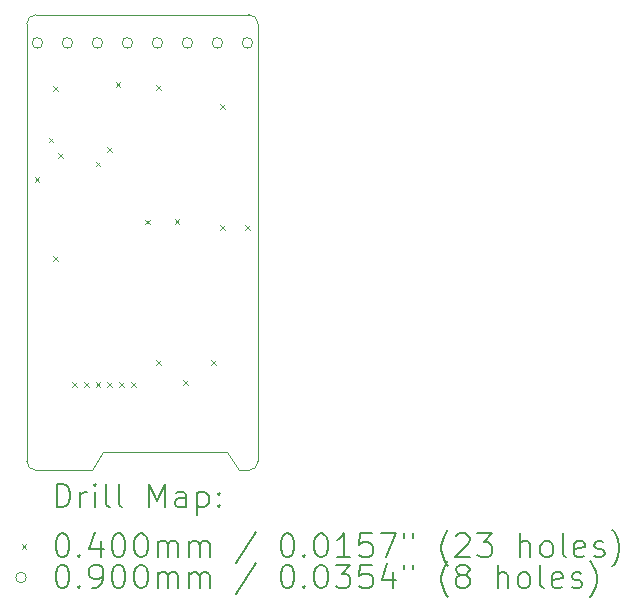
<source format=gbr>
%FSLAX45Y45*%
G04 Gerber Fmt 4.5, Leading zero omitted, Abs format (unit mm)*
G04 Created by KiCad (PCBNEW 6.0.6-3a73a75311~116~ubuntu20.04.1) date 2022-07-02 07:09:10*
%MOMM*%
%LPD*%
G01*
G04 APERTURE LIST*
%TA.AperFunction,Profile*%
%ADD10C,0.050000*%
%TD*%
%ADD11C,0.200000*%
%ADD12C,0.040000*%
%ADD13C,0.090000*%
G04 APERTURE END LIST*
D10*
X4235000Y-6305000D02*
X2435000Y-6305000D01*
X4235000Y-10165000D02*
G75*
G03*
X4315000Y-10085000I0J80000D01*
G01*
X2355000Y-6385000D02*
X2355000Y-10085000D01*
X2905000Y-10165000D02*
X3005000Y-10005000D01*
X4155000Y-10165000D02*
X4235000Y-10165000D01*
X4315000Y-10085000D02*
X4315000Y-6385000D01*
X2435000Y-6305000D02*
G75*
G03*
X2355000Y-6385000I0J-80000D01*
G01*
X4315000Y-6385000D02*
G75*
G03*
X4235000Y-6305000I-80000J0D01*
G01*
X4055000Y-10005000D02*
X4155000Y-10165000D01*
X3005000Y-10005000D02*
X4055000Y-10005000D01*
X2355000Y-10085000D02*
G75*
G03*
X2435000Y-10165000I80000J0D01*
G01*
X2435000Y-10165000D02*
X2905000Y-10165000D01*
D11*
D12*
X2422500Y-7682500D02*
X2462500Y-7722500D01*
X2462500Y-7682500D02*
X2422500Y-7722500D01*
X2542500Y-7347500D02*
X2582500Y-7387500D01*
X2582500Y-7347500D02*
X2542500Y-7387500D01*
X2580000Y-6910000D02*
X2620000Y-6950000D01*
X2620000Y-6910000D02*
X2580000Y-6950000D01*
X2580000Y-8350000D02*
X2620000Y-8390000D01*
X2620000Y-8350000D02*
X2580000Y-8390000D01*
X2620000Y-7477500D02*
X2660000Y-7517500D01*
X2660000Y-7477500D02*
X2620000Y-7517500D01*
X2740000Y-9420000D02*
X2780000Y-9460000D01*
X2780000Y-9420000D02*
X2740000Y-9460000D01*
X2840000Y-9420000D02*
X2880000Y-9460000D01*
X2880000Y-9420000D02*
X2840000Y-9460000D01*
X2940000Y-7550000D02*
X2980000Y-7590000D01*
X2980000Y-7550000D02*
X2940000Y-7590000D01*
X2940001Y-9420000D02*
X2980001Y-9460000D01*
X2980001Y-9420000D02*
X2940001Y-9460000D01*
X3040000Y-7430000D02*
X3080000Y-7470000D01*
X3080000Y-7430000D02*
X3040000Y-7470000D01*
X3040001Y-9420000D02*
X3080001Y-9460000D01*
X3080001Y-9420000D02*
X3040001Y-9460000D01*
X3110000Y-6880000D02*
X3150000Y-6920000D01*
X3150000Y-6880000D02*
X3110000Y-6920000D01*
X3140001Y-9420000D02*
X3180001Y-9460000D01*
X3180001Y-9420000D02*
X3140001Y-9460000D01*
X3240001Y-9420000D02*
X3280001Y-9460000D01*
X3280001Y-9420000D02*
X3240001Y-9460000D01*
X3360000Y-8042500D02*
X3400000Y-8082500D01*
X3400000Y-8042500D02*
X3360000Y-8082500D01*
X3450000Y-6900000D02*
X3490000Y-6940000D01*
X3490000Y-6900000D02*
X3450000Y-6940000D01*
X3450000Y-9230000D02*
X3490000Y-9270000D01*
X3490000Y-9230000D02*
X3450000Y-9270000D01*
X3607500Y-8040000D02*
X3647500Y-8080000D01*
X3647500Y-8040000D02*
X3607500Y-8080000D01*
X3680000Y-9400000D02*
X3720000Y-9440000D01*
X3720000Y-9400000D02*
X3680000Y-9440000D01*
X3920000Y-9230000D02*
X3960000Y-9270000D01*
X3960000Y-9230000D02*
X3920000Y-9270000D01*
X3992500Y-8087500D02*
X4032500Y-8127500D01*
X4032500Y-8087500D02*
X3992500Y-8127500D01*
X3995000Y-7065000D02*
X4035000Y-7105000D01*
X4035000Y-7065000D02*
X3995000Y-7105000D01*
X4202500Y-8090000D02*
X4242500Y-8130000D01*
X4242500Y-8090000D02*
X4202500Y-8130000D01*
D13*
X2490980Y-6545000D02*
G75*
G03*
X2490980Y-6545000I-45000J0D01*
G01*
X2744980Y-6545000D02*
G75*
G03*
X2744980Y-6545000I-45000J0D01*
G01*
X2998980Y-6545000D02*
G75*
G03*
X2998980Y-6545000I-45000J0D01*
G01*
X3252980Y-6545000D02*
G75*
G03*
X3252980Y-6545000I-45000J0D01*
G01*
X3506980Y-6545000D02*
G75*
G03*
X3506980Y-6545000I-45000J0D01*
G01*
X3760980Y-6545000D02*
G75*
G03*
X3760980Y-6545000I-45000J0D01*
G01*
X4014980Y-6545000D02*
G75*
G03*
X4014980Y-6545000I-45000J0D01*
G01*
X4268980Y-6545000D02*
G75*
G03*
X4268980Y-6545000I-45000J0D01*
G01*
D11*
X2610119Y-10477976D02*
X2610119Y-10277976D01*
X2657738Y-10277976D01*
X2686310Y-10287500D01*
X2705357Y-10306548D01*
X2714881Y-10325595D01*
X2724405Y-10363690D01*
X2724405Y-10392262D01*
X2714881Y-10430357D01*
X2705357Y-10449405D01*
X2686310Y-10468452D01*
X2657738Y-10477976D01*
X2610119Y-10477976D01*
X2810119Y-10477976D02*
X2810119Y-10344643D01*
X2810119Y-10382738D02*
X2819643Y-10363690D01*
X2829167Y-10354167D01*
X2848214Y-10344643D01*
X2867262Y-10344643D01*
X2933928Y-10477976D02*
X2933928Y-10344643D01*
X2933928Y-10277976D02*
X2924405Y-10287500D01*
X2933928Y-10297024D01*
X2943452Y-10287500D01*
X2933928Y-10277976D01*
X2933928Y-10297024D01*
X3057738Y-10477976D02*
X3038690Y-10468452D01*
X3029167Y-10449405D01*
X3029167Y-10277976D01*
X3162500Y-10477976D02*
X3143452Y-10468452D01*
X3133928Y-10449405D01*
X3133928Y-10277976D01*
X3391071Y-10477976D02*
X3391071Y-10277976D01*
X3457738Y-10420833D01*
X3524405Y-10277976D01*
X3524405Y-10477976D01*
X3705357Y-10477976D02*
X3705357Y-10373214D01*
X3695833Y-10354167D01*
X3676786Y-10344643D01*
X3638690Y-10344643D01*
X3619643Y-10354167D01*
X3705357Y-10468452D02*
X3686309Y-10477976D01*
X3638690Y-10477976D01*
X3619643Y-10468452D01*
X3610119Y-10449405D01*
X3610119Y-10430357D01*
X3619643Y-10411310D01*
X3638690Y-10401786D01*
X3686309Y-10401786D01*
X3705357Y-10392262D01*
X3800595Y-10344643D02*
X3800595Y-10544643D01*
X3800595Y-10354167D02*
X3819643Y-10344643D01*
X3857738Y-10344643D01*
X3876786Y-10354167D01*
X3886309Y-10363690D01*
X3895833Y-10382738D01*
X3895833Y-10439881D01*
X3886309Y-10458929D01*
X3876786Y-10468452D01*
X3857738Y-10477976D01*
X3819643Y-10477976D01*
X3800595Y-10468452D01*
X3981548Y-10458929D02*
X3991071Y-10468452D01*
X3981548Y-10477976D01*
X3972024Y-10468452D01*
X3981548Y-10458929D01*
X3981548Y-10477976D01*
X3981548Y-10354167D02*
X3991071Y-10363690D01*
X3981548Y-10373214D01*
X3972024Y-10363690D01*
X3981548Y-10354167D01*
X3981548Y-10373214D01*
D12*
X2312500Y-10787500D02*
X2352500Y-10827500D01*
X2352500Y-10787500D02*
X2312500Y-10827500D01*
D11*
X2648214Y-10697976D02*
X2667262Y-10697976D01*
X2686310Y-10707500D01*
X2695833Y-10717024D01*
X2705357Y-10736071D01*
X2714881Y-10774167D01*
X2714881Y-10821786D01*
X2705357Y-10859881D01*
X2695833Y-10878929D01*
X2686310Y-10888452D01*
X2667262Y-10897976D01*
X2648214Y-10897976D01*
X2629167Y-10888452D01*
X2619643Y-10878929D01*
X2610119Y-10859881D01*
X2600595Y-10821786D01*
X2600595Y-10774167D01*
X2610119Y-10736071D01*
X2619643Y-10717024D01*
X2629167Y-10707500D01*
X2648214Y-10697976D01*
X2800595Y-10878929D02*
X2810119Y-10888452D01*
X2800595Y-10897976D01*
X2791071Y-10888452D01*
X2800595Y-10878929D01*
X2800595Y-10897976D01*
X2981548Y-10764643D02*
X2981548Y-10897976D01*
X2933928Y-10688452D02*
X2886309Y-10831310D01*
X3010119Y-10831310D01*
X3124405Y-10697976D02*
X3143452Y-10697976D01*
X3162500Y-10707500D01*
X3172024Y-10717024D01*
X3181548Y-10736071D01*
X3191071Y-10774167D01*
X3191071Y-10821786D01*
X3181548Y-10859881D01*
X3172024Y-10878929D01*
X3162500Y-10888452D01*
X3143452Y-10897976D01*
X3124405Y-10897976D01*
X3105357Y-10888452D01*
X3095833Y-10878929D01*
X3086309Y-10859881D01*
X3076786Y-10821786D01*
X3076786Y-10774167D01*
X3086309Y-10736071D01*
X3095833Y-10717024D01*
X3105357Y-10707500D01*
X3124405Y-10697976D01*
X3314881Y-10697976D02*
X3333928Y-10697976D01*
X3352976Y-10707500D01*
X3362500Y-10717024D01*
X3372024Y-10736071D01*
X3381548Y-10774167D01*
X3381548Y-10821786D01*
X3372024Y-10859881D01*
X3362500Y-10878929D01*
X3352976Y-10888452D01*
X3333928Y-10897976D01*
X3314881Y-10897976D01*
X3295833Y-10888452D01*
X3286309Y-10878929D01*
X3276786Y-10859881D01*
X3267262Y-10821786D01*
X3267262Y-10774167D01*
X3276786Y-10736071D01*
X3286309Y-10717024D01*
X3295833Y-10707500D01*
X3314881Y-10697976D01*
X3467262Y-10897976D02*
X3467262Y-10764643D01*
X3467262Y-10783690D02*
X3476786Y-10774167D01*
X3495833Y-10764643D01*
X3524405Y-10764643D01*
X3543452Y-10774167D01*
X3552976Y-10793214D01*
X3552976Y-10897976D01*
X3552976Y-10793214D02*
X3562500Y-10774167D01*
X3581548Y-10764643D01*
X3610119Y-10764643D01*
X3629167Y-10774167D01*
X3638690Y-10793214D01*
X3638690Y-10897976D01*
X3733928Y-10897976D02*
X3733928Y-10764643D01*
X3733928Y-10783690D02*
X3743452Y-10774167D01*
X3762500Y-10764643D01*
X3791071Y-10764643D01*
X3810119Y-10774167D01*
X3819643Y-10793214D01*
X3819643Y-10897976D01*
X3819643Y-10793214D02*
X3829167Y-10774167D01*
X3848214Y-10764643D01*
X3876786Y-10764643D01*
X3895833Y-10774167D01*
X3905357Y-10793214D01*
X3905357Y-10897976D01*
X4295833Y-10688452D02*
X4124405Y-10945595D01*
X4552976Y-10697976D02*
X4572024Y-10697976D01*
X4591071Y-10707500D01*
X4600595Y-10717024D01*
X4610119Y-10736071D01*
X4619643Y-10774167D01*
X4619643Y-10821786D01*
X4610119Y-10859881D01*
X4600595Y-10878929D01*
X4591071Y-10888452D01*
X4572024Y-10897976D01*
X4552976Y-10897976D01*
X4533929Y-10888452D01*
X4524405Y-10878929D01*
X4514881Y-10859881D01*
X4505357Y-10821786D01*
X4505357Y-10774167D01*
X4514881Y-10736071D01*
X4524405Y-10717024D01*
X4533929Y-10707500D01*
X4552976Y-10697976D01*
X4705357Y-10878929D02*
X4714881Y-10888452D01*
X4705357Y-10897976D01*
X4695833Y-10888452D01*
X4705357Y-10878929D01*
X4705357Y-10897976D01*
X4838690Y-10697976D02*
X4857738Y-10697976D01*
X4876786Y-10707500D01*
X4886310Y-10717024D01*
X4895833Y-10736071D01*
X4905357Y-10774167D01*
X4905357Y-10821786D01*
X4895833Y-10859881D01*
X4886310Y-10878929D01*
X4876786Y-10888452D01*
X4857738Y-10897976D01*
X4838690Y-10897976D01*
X4819643Y-10888452D01*
X4810119Y-10878929D01*
X4800595Y-10859881D01*
X4791071Y-10821786D01*
X4791071Y-10774167D01*
X4800595Y-10736071D01*
X4810119Y-10717024D01*
X4819643Y-10707500D01*
X4838690Y-10697976D01*
X5095833Y-10897976D02*
X4981548Y-10897976D01*
X5038690Y-10897976D02*
X5038690Y-10697976D01*
X5019643Y-10726548D01*
X5000595Y-10745595D01*
X4981548Y-10755119D01*
X5276786Y-10697976D02*
X5181548Y-10697976D01*
X5172024Y-10793214D01*
X5181548Y-10783690D01*
X5200595Y-10774167D01*
X5248214Y-10774167D01*
X5267262Y-10783690D01*
X5276786Y-10793214D01*
X5286310Y-10812262D01*
X5286310Y-10859881D01*
X5276786Y-10878929D01*
X5267262Y-10888452D01*
X5248214Y-10897976D01*
X5200595Y-10897976D01*
X5181548Y-10888452D01*
X5172024Y-10878929D01*
X5352976Y-10697976D02*
X5486310Y-10697976D01*
X5400595Y-10897976D01*
X5552976Y-10697976D02*
X5552976Y-10736071D01*
X5629167Y-10697976D02*
X5629167Y-10736071D01*
X5924405Y-10974167D02*
X5914881Y-10964643D01*
X5895833Y-10936071D01*
X5886309Y-10917024D01*
X5876786Y-10888452D01*
X5867262Y-10840833D01*
X5867262Y-10802738D01*
X5876786Y-10755119D01*
X5886309Y-10726548D01*
X5895833Y-10707500D01*
X5914881Y-10678929D01*
X5924405Y-10669405D01*
X5991071Y-10717024D02*
X6000595Y-10707500D01*
X6019643Y-10697976D01*
X6067262Y-10697976D01*
X6086309Y-10707500D01*
X6095833Y-10717024D01*
X6105357Y-10736071D01*
X6105357Y-10755119D01*
X6095833Y-10783690D01*
X5981548Y-10897976D01*
X6105357Y-10897976D01*
X6172024Y-10697976D02*
X6295833Y-10697976D01*
X6229167Y-10774167D01*
X6257738Y-10774167D01*
X6276786Y-10783690D01*
X6286309Y-10793214D01*
X6295833Y-10812262D01*
X6295833Y-10859881D01*
X6286309Y-10878929D01*
X6276786Y-10888452D01*
X6257738Y-10897976D01*
X6200595Y-10897976D01*
X6181548Y-10888452D01*
X6172024Y-10878929D01*
X6533928Y-10897976D02*
X6533928Y-10697976D01*
X6619643Y-10897976D02*
X6619643Y-10793214D01*
X6610119Y-10774167D01*
X6591071Y-10764643D01*
X6562500Y-10764643D01*
X6543452Y-10774167D01*
X6533928Y-10783690D01*
X6743452Y-10897976D02*
X6724405Y-10888452D01*
X6714881Y-10878929D01*
X6705357Y-10859881D01*
X6705357Y-10802738D01*
X6714881Y-10783690D01*
X6724405Y-10774167D01*
X6743452Y-10764643D01*
X6772024Y-10764643D01*
X6791071Y-10774167D01*
X6800595Y-10783690D01*
X6810119Y-10802738D01*
X6810119Y-10859881D01*
X6800595Y-10878929D01*
X6791071Y-10888452D01*
X6772024Y-10897976D01*
X6743452Y-10897976D01*
X6924405Y-10897976D02*
X6905357Y-10888452D01*
X6895833Y-10869405D01*
X6895833Y-10697976D01*
X7076786Y-10888452D02*
X7057738Y-10897976D01*
X7019643Y-10897976D01*
X7000595Y-10888452D01*
X6991071Y-10869405D01*
X6991071Y-10793214D01*
X7000595Y-10774167D01*
X7019643Y-10764643D01*
X7057738Y-10764643D01*
X7076786Y-10774167D01*
X7086309Y-10793214D01*
X7086309Y-10812262D01*
X6991071Y-10831310D01*
X7162500Y-10888452D02*
X7181548Y-10897976D01*
X7219643Y-10897976D01*
X7238690Y-10888452D01*
X7248214Y-10869405D01*
X7248214Y-10859881D01*
X7238690Y-10840833D01*
X7219643Y-10831310D01*
X7191071Y-10831310D01*
X7172024Y-10821786D01*
X7162500Y-10802738D01*
X7162500Y-10793214D01*
X7172024Y-10774167D01*
X7191071Y-10764643D01*
X7219643Y-10764643D01*
X7238690Y-10774167D01*
X7314881Y-10974167D02*
X7324405Y-10964643D01*
X7343452Y-10936071D01*
X7352976Y-10917024D01*
X7362500Y-10888452D01*
X7372024Y-10840833D01*
X7372024Y-10802738D01*
X7362500Y-10755119D01*
X7352976Y-10726548D01*
X7343452Y-10707500D01*
X7324405Y-10678929D01*
X7314881Y-10669405D01*
D13*
X2352500Y-11071500D02*
G75*
G03*
X2352500Y-11071500I-45000J0D01*
G01*
D11*
X2648214Y-10961976D02*
X2667262Y-10961976D01*
X2686310Y-10971500D01*
X2695833Y-10981024D01*
X2705357Y-11000071D01*
X2714881Y-11038167D01*
X2714881Y-11085786D01*
X2705357Y-11123881D01*
X2695833Y-11142929D01*
X2686310Y-11152452D01*
X2667262Y-11161976D01*
X2648214Y-11161976D01*
X2629167Y-11152452D01*
X2619643Y-11142929D01*
X2610119Y-11123881D01*
X2600595Y-11085786D01*
X2600595Y-11038167D01*
X2610119Y-11000071D01*
X2619643Y-10981024D01*
X2629167Y-10971500D01*
X2648214Y-10961976D01*
X2800595Y-11142929D02*
X2810119Y-11152452D01*
X2800595Y-11161976D01*
X2791071Y-11152452D01*
X2800595Y-11142929D01*
X2800595Y-11161976D01*
X2905357Y-11161976D02*
X2943452Y-11161976D01*
X2962500Y-11152452D01*
X2972024Y-11142929D01*
X2991071Y-11114357D01*
X3000595Y-11076262D01*
X3000595Y-11000071D01*
X2991071Y-10981024D01*
X2981548Y-10971500D01*
X2962500Y-10961976D01*
X2924405Y-10961976D01*
X2905357Y-10971500D01*
X2895833Y-10981024D01*
X2886309Y-11000071D01*
X2886309Y-11047690D01*
X2895833Y-11066738D01*
X2905357Y-11076262D01*
X2924405Y-11085786D01*
X2962500Y-11085786D01*
X2981548Y-11076262D01*
X2991071Y-11066738D01*
X3000595Y-11047690D01*
X3124405Y-10961976D02*
X3143452Y-10961976D01*
X3162500Y-10971500D01*
X3172024Y-10981024D01*
X3181548Y-11000071D01*
X3191071Y-11038167D01*
X3191071Y-11085786D01*
X3181548Y-11123881D01*
X3172024Y-11142929D01*
X3162500Y-11152452D01*
X3143452Y-11161976D01*
X3124405Y-11161976D01*
X3105357Y-11152452D01*
X3095833Y-11142929D01*
X3086309Y-11123881D01*
X3076786Y-11085786D01*
X3076786Y-11038167D01*
X3086309Y-11000071D01*
X3095833Y-10981024D01*
X3105357Y-10971500D01*
X3124405Y-10961976D01*
X3314881Y-10961976D02*
X3333928Y-10961976D01*
X3352976Y-10971500D01*
X3362500Y-10981024D01*
X3372024Y-11000071D01*
X3381548Y-11038167D01*
X3381548Y-11085786D01*
X3372024Y-11123881D01*
X3362500Y-11142929D01*
X3352976Y-11152452D01*
X3333928Y-11161976D01*
X3314881Y-11161976D01*
X3295833Y-11152452D01*
X3286309Y-11142929D01*
X3276786Y-11123881D01*
X3267262Y-11085786D01*
X3267262Y-11038167D01*
X3276786Y-11000071D01*
X3286309Y-10981024D01*
X3295833Y-10971500D01*
X3314881Y-10961976D01*
X3467262Y-11161976D02*
X3467262Y-11028643D01*
X3467262Y-11047690D02*
X3476786Y-11038167D01*
X3495833Y-11028643D01*
X3524405Y-11028643D01*
X3543452Y-11038167D01*
X3552976Y-11057214D01*
X3552976Y-11161976D01*
X3552976Y-11057214D02*
X3562500Y-11038167D01*
X3581548Y-11028643D01*
X3610119Y-11028643D01*
X3629167Y-11038167D01*
X3638690Y-11057214D01*
X3638690Y-11161976D01*
X3733928Y-11161976D02*
X3733928Y-11028643D01*
X3733928Y-11047690D02*
X3743452Y-11038167D01*
X3762500Y-11028643D01*
X3791071Y-11028643D01*
X3810119Y-11038167D01*
X3819643Y-11057214D01*
X3819643Y-11161976D01*
X3819643Y-11057214D02*
X3829167Y-11038167D01*
X3848214Y-11028643D01*
X3876786Y-11028643D01*
X3895833Y-11038167D01*
X3905357Y-11057214D01*
X3905357Y-11161976D01*
X4295833Y-10952452D02*
X4124405Y-11209595D01*
X4552976Y-10961976D02*
X4572024Y-10961976D01*
X4591071Y-10971500D01*
X4600595Y-10981024D01*
X4610119Y-11000071D01*
X4619643Y-11038167D01*
X4619643Y-11085786D01*
X4610119Y-11123881D01*
X4600595Y-11142929D01*
X4591071Y-11152452D01*
X4572024Y-11161976D01*
X4552976Y-11161976D01*
X4533929Y-11152452D01*
X4524405Y-11142929D01*
X4514881Y-11123881D01*
X4505357Y-11085786D01*
X4505357Y-11038167D01*
X4514881Y-11000071D01*
X4524405Y-10981024D01*
X4533929Y-10971500D01*
X4552976Y-10961976D01*
X4705357Y-11142929D02*
X4714881Y-11152452D01*
X4705357Y-11161976D01*
X4695833Y-11152452D01*
X4705357Y-11142929D01*
X4705357Y-11161976D01*
X4838690Y-10961976D02*
X4857738Y-10961976D01*
X4876786Y-10971500D01*
X4886310Y-10981024D01*
X4895833Y-11000071D01*
X4905357Y-11038167D01*
X4905357Y-11085786D01*
X4895833Y-11123881D01*
X4886310Y-11142929D01*
X4876786Y-11152452D01*
X4857738Y-11161976D01*
X4838690Y-11161976D01*
X4819643Y-11152452D01*
X4810119Y-11142929D01*
X4800595Y-11123881D01*
X4791071Y-11085786D01*
X4791071Y-11038167D01*
X4800595Y-11000071D01*
X4810119Y-10981024D01*
X4819643Y-10971500D01*
X4838690Y-10961976D01*
X4972024Y-10961976D02*
X5095833Y-10961976D01*
X5029167Y-11038167D01*
X5057738Y-11038167D01*
X5076786Y-11047690D01*
X5086310Y-11057214D01*
X5095833Y-11076262D01*
X5095833Y-11123881D01*
X5086310Y-11142929D01*
X5076786Y-11152452D01*
X5057738Y-11161976D01*
X5000595Y-11161976D01*
X4981548Y-11152452D01*
X4972024Y-11142929D01*
X5276786Y-10961976D02*
X5181548Y-10961976D01*
X5172024Y-11057214D01*
X5181548Y-11047690D01*
X5200595Y-11038167D01*
X5248214Y-11038167D01*
X5267262Y-11047690D01*
X5276786Y-11057214D01*
X5286310Y-11076262D01*
X5286310Y-11123881D01*
X5276786Y-11142929D01*
X5267262Y-11152452D01*
X5248214Y-11161976D01*
X5200595Y-11161976D01*
X5181548Y-11152452D01*
X5172024Y-11142929D01*
X5457738Y-11028643D02*
X5457738Y-11161976D01*
X5410119Y-10952452D02*
X5362500Y-11095310D01*
X5486310Y-11095310D01*
X5552976Y-10961976D02*
X5552976Y-11000071D01*
X5629167Y-10961976D02*
X5629167Y-11000071D01*
X5924405Y-11238167D02*
X5914881Y-11228643D01*
X5895833Y-11200071D01*
X5886309Y-11181024D01*
X5876786Y-11152452D01*
X5867262Y-11104833D01*
X5867262Y-11066738D01*
X5876786Y-11019119D01*
X5886309Y-10990548D01*
X5895833Y-10971500D01*
X5914881Y-10942929D01*
X5924405Y-10933405D01*
X6029167Y-11047690D02*
X6010119Y-11038167D01*
X6000595Y-11028643D01*
X5991071Y-11009595D01*
X5991071Y-11000071D01*
X6000595Y-10981024D01*
X6010119Y-10971500D01*
X6029167Y-10961976D01*
X6067262Y-10961976D01*
X6086309Y-10971500D01*
X6095833Y-10981024D01*
X6105357Y-11000071D01*
X6105357Y-11009595D01*
X6095833Y-11028643D01*
X6086309Y-11038167D01*
X6067262Y-11047690D01*
X6029167Y-11047690D01*
X6010119Y-11057214D01*
X6000595Y-11066738D01*
X5991071Y-11085786D01*
X5991071Y-11123881D01*
X6000595Y-11142929D01*
X6010119Y-11152452D01*
X6029167Y-11161976D01*
X6067262Y-11161976D01*
X6086309Y-11152452D01*
X6095833Y-11142929D01*
X6105357Y-11123881D01*
X6105357Y-11085786D01*
X6095833Y-11066738D01*
X6086309Y-11057214D01*
X6067262Y-11047690D01*
X6343452Y-11161976D02*
X6343452Y-10961976D01*
X6429167Y-11161976D02*
X6429167Y-11057214D01*
X6419643Y-11038167D01*
X6400595Y-11028643D01*
X6372024Y-11028643D01*
X6352976Y-11038167D01*
X6343452Y-11047690D01*
X6552976Y-11161976D02*
X6533928Y-11152452D01*
X6524405Y-11142929D01*
X6514881Y-11123881D01*
X6514881Y-11066738D01*
X6524405Y-11047690D01*
X6533928Y-11038167D01*
X6552976Y-11028643D01*
X6581548Y-11028643D01*
X6600595Y-11038167D01*
X6610119Y-11047690D01*
X6619643Y-11066738D01*
X6619643Y-11123881D01*
X6610119Y-11142929D01*
X6600595Y-11152452D01*
X6581548Y-11161976D01*
X6552976Y-11161976D01*
X6733928Y-11161976D02*
X6714881Y-11152452D01*
X6705357Y-11133405D01*
X6705357Y-10961976D01*
X6886309Y-11152452D02*
X6867262Y-11161976D01*
X6829167Y-11161976D01*
X6810119Y-11152452D01*
X6800595Y-11133405D01*
X6800595Y-11057214D01*
X6810119Y-11038167D01*
X6829167Y-11028643D01*
X6867262Y-11028643D01*
X6886309Y-11038167D01*
X6895833Y-11057214D01*
X6895833Y-11076262D01*
X6800595Y-11095310D01*
X6972024Y-11152452D02*
X6991071Y-11161976D01*
X7029167Y-11161976D01*
X7048214Y-11152452D01*
X7057738Y-11133405D01*
X7057738Y-11123881D01*
X7048214Y-11104833D01*
X7029167Y-11095310D01*
X7000595Y-11095310D01*
X6981548Y-11085786D01*
X6972024Y-11066738D01*
X6972024Y-11057214D01*
X6981548Y-11038167D01*
X7000595Y-11028643D01*
X7029167Y-11028643D01*
X7048214Y-11038167D01*
X7124405Y-11238167D02*
X7133928Y-11228643D01*
X7152976Y-11200071D01*
X7162500Y-11181024D01*
X7172024Y-11152452D01*
X7181548Y-11104833D01*
X7181548Y-11066738D01*
X7172024Y-11019119D01*
X7162500Y-10990548D01*
X7152976Y-10971500D01*
X7133928Y-10942929D01*
X7124405Y-10933405D01*
M02*

</source>
